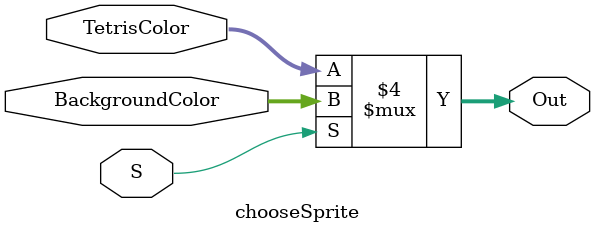
<source format=v>
/*
*   Displays a pattern, which is read from a small memory, at (x,y) on the VGA output.
*   To set coordinates, first place the desired value of y onto SW[6:0] and press KEY[1].
*   Next, place the desired value of x onto SW[7:0] and then press KEY[2]. The (x,y)
*   coordinates are displayed (in hexadecimal) on (HEX3-2,HEX1-0). Finally, press KEY[3]
*   to draw the pattern at location (x,y).
*/
module vga_demo(CLOCK_50, SW, KEY, HEX3, HEX2, HEX1, HEX0,
				VGA_R, VGA_G, VGA_B,
				VGA_HS, VGA_VS, VGA_BLANK_N, VGA_SYNC_N, VGA_CLK,
				PS2_CLK, PS2_DAT, LEDR);
	
	//Input parameters
	input CLOCK_50;	
	input [9:0] SW;
	input [3:0] KEY;
    output [6:0] HEX3, HEX2, HEX1, HEX0;
	 output[9:0] LEDR;
	 
	 parameter X_MAX = 8'b10011111;
	 parameter Y_MAX = 7'b1110111;
	 
	 parameter X_START = 79;
	 parameter Y_START = 39;
	 //Placeholder
	
	//Adapter Parameters
	output [7:0] VGA_R;
	output [7:0] VGA_G;
	output [7:0] VGA_B;
	output VGA_HS;
	output VGA_VS;
	output VGA_BLANK_N;
	output VGA_SYNC_N;
	output VGA_CLK;
	
	//DAUNTE added
	// Bidirectionals
	inout				PS2_CLK;
	inout				PS2_DAT;

	//Drawing any pixel
	wire [7:0] VGA_X;       // x location of each object pixel
	wire [6:0] VGA_Y;       // y location of each object pixel
	
	//Spawning Tetris Blocks
	wire [7:0] X;           // starting x location of object
	wire [6:0] Y;           // starting y location of object
	
	//Tetris Block Sprite
   wire [3:0] XC, YC;      // used to access obj
   wire Ex, Ey;
	
	wire [2:0] VGA_COLOR;   // color of each object pixel
	wire [2:0] J2_COLOR; 
	wire [2:0] S2_COLOR;
	wire [2:0] O_COLOR;
	wire [2:0] I1_COLOR;
	
	//FSM Outputs
	wire [7:0] XCoor;
	wire [6:0] YCoor;
	//wire LYDown, EYDown, 
	
	
	
	
//DAUNTE code here

/*****************************************************************************
 *                 Internal Wires and Registers Declarations                 *
 *****************************************************************************/

// Internal Wires
wire		[7:0]	ps2_key_data;
wire				ps2_key_pressed;

// Internal Registers
reg			[7:0]	last_data_received;

// State Machine Registers

/*****************************************************************************
 *                         Finite State Machine(s)                           *
 *****************************************************************************/


/*****************************************************************************
 *                             Sequential Logic                              *
 *****************************************************************************/

always @(posedge CLOCK_50)
begin
	if (KEY[0] == 1'b0)
		last_data_received <= 8'h00;
	else if (ps2_key_pressed == 1'b1)
		if(last_data_received == 8'hF0)
			last_data_received <= 8'h00;
		else
			last_data_received <= ps2_key_data;
end

/*****************************************************************************
 *                              Internal Modules                             *
 *****************************************************************************/

PS2_Controller PS2 (
	// Inputs
	.CLOCK_50				(CLOCK_50),
	.reset				(~KEY[0]),

	// Bidirectionals
	.PS2_CLK			(PS2_CLK),
 	.PS2_DAT			(PS2_DAT),

	// Outputs
	.received_data		(ps2_key_data),
	.received_data_en	(ps2_key_pressed)
);

wire Resetn, start, gameover;
 wire Easy, Medium, Hard;
 //wire left, right, down, rotate;
 wire [1:0] mode, difdisplay;
 /*wire [3:0] changeblock;
 wire [25:0] easyBigCount;
 wire [24:0] mediumBigCount;
 wire [23:0] hardBigCount;
 wire [21:0] adjustBigCount;
 wire easySmallCount, mediumSmallCount, hardSmallCount, adjustSmallCount;
 wire easySecEn, mediumSecEn, hardSecEn, adjustSecEn;
 reg secEn;
 
 wire enable, switchblock; */
 
 //assignments
 assign Resetn = KEY[0];
 
 //assigning values through keyboard for Quartus
 
 
 assign start = (last_data_received == 8'b01011010);//enter
 assign gameover = (last_data_received == 8'b01100110); //backspace
 assign Easy = (last_data_received == 8'b00010110); //1
 assign Medium = (last_data_received == 8'b00011110); //2
 assign Hard = (last_data_received == 8'b00100110); //3
 assign left = (last_data_received == 8'b00011100); //A
 assign right = (last_data_received == 8'b00100011); //D
 assign down = (last_data_received == 8'b00011011); // S
 assign rotate = (last_data_received == 8'b00011101); //W
 
 
 //assigning values through switches for modelsim
 /*
 assign start = SW[0];
 assign gameover = SW[1];
 assign Easy = SW[2];
 assign Medium = SW[3];
 assign Hard = SW[4];
 assign left = SW[5];
 assign right = SW[6];
 assign down = SW[7]; 
 assign rotate = SW[8];
 */
 
 //counters 
 /*
 bigCounterEasy bigeasy(1, CLOCK_50, Resetn, easyBigCount);
 bigCounterMedium bigmedium(1, CLOCK_50, Resetn, mediumBigCount);
 bigCounterHard bighard(1, CLOCK_50, Resetn, hardBigCount);
 bigCounterAdjust bigAdjust(1, CLOCK_50, Resetn, adjustBigCount);
 
 assign easySmallCount = &easyBigCount;
 assign mediumSmallCount = &mediumBigCount;
 assign hardSmallCount = &hardBigCount;
 assign adjustSmallCount = &adjustBigCount;
 
 smallCounter smalleasy(easySmallCount, CLOCK_50, Resetn, easySecEn);
 smallCounter smallmedium(mediumSmallCount, CLOCK_50, Resetn, mediumSecEn);
 smallCounter smallhard(hardSmallCount, CLOCK_50, Resetn, hardSecEn);
 smallCounter smallAdjust(adjustSmallCount, CLOCK_50, Resetn, adjustSecEn);
 
 always @(posedge CLOCK_50)
 case(difdisplay)
	2'b00: secEn <= easySecEn;
	2'b01: secEn <= mediumSecEn;
	2'b10: secEn <= hardSecEn;
	default: secEn = 1'b0;
 endcase
 */
 //FSM logic
 
 FSM_screen Screen(start, gameover, Resetn, mode, CLOCK_50);
 
 FSM_Home Home(mode, Easy, Medium, Hard, Resetn, difdisplay, CLOCK_50);
 
 //FSM_Gameplay Gameplay(secEn, adjustSecEn, mode, left, down, right, rotate, Resetn, changeblock, CLOCK_50);
 
 //mode 2'b10 = homescreen
 //mode 2'b01 = gameplay
 //mode 2'b00 = endscreen
 //difdisplay 2'b00 = easy
 //difdisplay 2'b01 = medium
 //difdisplay 2'b10 = hard
 wire [2:0] screenDisplay;
 //slow = 000
 //normal = 001
 //fast == 010
 //gamescreen == 011

 assign screenDisplay[0] = ((mode == 2'b10) & (difdisplay == 2'b01))|(mode == 2'b01);
 assign screenDisplay[1] = ((mode == 2'b10) & (difdisplay == 2'b10))|(mode == 2'b01);
 assign screenDisplay[2] = (mode == 2'b00); 
 
 assign LEDR[0] = (mode == 2'b10);
 assign LEDR[1] = (mode == 2'b01);
 assign LEDR[2] = (mode == 2'b00);
 assign LEDR[3] = (difdisplay == 2'b00);
 assign LEDR[4] = (difdisplay == 2'b01);
 assign LEDR[5] = (difdisplay == 2'b10);
 assign LEDR[6] = KES;


//end of Daunte code
	
	
	 //tetris block sprites
	 /*
    regn U1 (SW[6:0], KEY[0], ~KEY[1], CLOCK_50, Y);
        defparam U1.n = 7;
    regn U2 (SW[7:0], KEY[0], ~KEY[2], CLOCK_50, X);
        defparam U2.n = 8;
		  	

    count U3 (CLOCK_50, KEY[0], Ex, XC);    // column counter
        defparam U3.n = 4;
    // enable XC when VGA plotting starts
    regn U5 (1'b1, KEY[0], ~KEY[3], CLOCK_50, Ex);
        defparam U5.n = 1;
    count U4 (CLOCK_50, KEY[0], Ey, YC);    // row counter
        defparam U4.n = 4;
    // enable YC at the end of each object row
    assign Ey = (XC == 4'b111);

    hex7seg H3 (X[7:4], HEX3);
    hex7seg H2 (X[3:0], HEX2);
    hex7seg H1 ({1'b0, Y[6:4]}, HEX1);
    hex7seg H0 (Y[3:0], HEX0);
	 
    J2 J2Block ({YC,XC}, CLOCK_50, J2_COLOR);
	 S2 S2Block({YC,XC}, CLOCK_50, S2_COLOR);
	 O OBlock({YC,XC}, CLOCK_50, O_COLOR);
	 I1 I1Block({YC, XC}, CLOCK_50, I1_COLOR);
	 
	 chooseBlockMux M2(J2_COLOR, S2_COLOR, O_COLOR, I1_COLOR, SW[9:8], VGA_COLOR);
	 
    // the object memory takes one clock cycle to provide data, so store
    // the current values of (x,y) addresses to remain synchronized
    regn U7 (X + XC, KEY[0], 1'b1, CLOCK_50, VGA_X);
        defparam U7.n = 8;
    regn U8 (Y + YC, KEY[0], 1'b1, CLOCK_50, VGA_Y);
        defparam U8.n = 7;	 
		  
		 */
		  
		  
	 //Background screen Sprite
	 
	 
	 wire [7:0] XB;
	 wire [6:0] YB;
	 wire EBackgroundx, EBackgroundy;
	 
	 wire [2:0] SLOW_COLOR;
	 wire [2:0] NORMAL_COLOR;
	 wire [2:0] HARD_COLOR;
	 wire [2:0] GAME_COLOR;
	 wire [2:0] OVER_COLOUR;
	 
	 
	 SlowSelected slowScreen(160*YB + XB, CLOCK_50, SLOW_COLOR);
	 NormalSelected normalScreen(160*YB + XB, CLOCK_50, NORMAL_COLOR);
	 FastSelected fastScreen(160*YB + XB, CLOCK_50, HARD_COLOR);
	 GameScreen gameScreen(160*YB + XB, CLOCK_50, GAME_COLOR);
	 GameOver gameOverScreen(160*YB + XB, CLOCK_50, OVER_COLOUR);
	 
	 
	 regn U1 (7'b0000000, KEY[0], ~KEY[1], CLOCK_50, Y);
        defparam U1.n = 7;
    regn U2 (8'b00000000, KEY[0], ~KEY[2], CLOCK_50, X);
        defparam U2.n = 8;
		
	 backgroundCount U3 (CLOCK_50, KEY[0], EBackgroundx, X_MAX, XB);    // column counter
        defparam U3.n = 8;
    // enable XC when VGA plotting starts
    regn U5 (1'b1, KEY[0], KES, CLOCK_50, EBackgroundx); //change KES back to ~KEY[3]
        defparam U5.n = 1;
    backgroundCount U4 (CLOCK_50, KEY[0], EBackgroundy, Y_MAX, YB);    // row counter
        defparam U4.n = 7;
    // enable YC at the end of each object row
    assign EBackgroundy = (XB == 8'b10011111);
	 
	 
	 chooseBackgroundMux M1(SLOW_COLOR, NORMAL_COLOR, HARD_COLOR, GAME_COLOR, OVER_COLOUR, screenDisplay, VGA_COLOR); //FROM DAUNTE, change SW[9:8] to screenDisplay
	 
	  regn U7 (XB, KEY[0], 1'b1, CLOCK_50, VGA_X);
        defparam U7.n = 8;
    regn U8 (YB, KEY[0], 1'b1, CLOCK_50, VGA_Y);
        defparam U8.n = 7;	 
	 

	//DAUNTE TESTING
    //assign plot = ~KEY[3];
	 wire KES = ((mode == 2'b10) & (Easy | Medium | Hard))|((mode == 2'b01) & start)|((mode == 2'b00) & gameover)|~Resetn;
	 assign plot = KES;

    // connect to VGA controller
    vga_adapter VGA (
			.resetn(KEY[0]),
			.clock(CLOCK_50),
			.colour(VGA_COLOR),
			.x(VGA_X),
			.y(VGA_Y),
			.plot(KES),//change back to ~KEY[3]
			.VGA_R(VGA_R),
			.VGA_G(VGA_G),
			.VGA_B(VGA_B),
			.VGA_HS(VGA_HS),
			.VGA_VS(VGA_VS),
			.VGA_BLANK_N(VGA_BLANK_N),
			.VGA_SYNC_N(VGA_SYNC_N),
			.VGA_CLK(VGA_CLK));
		defparam VGA.RESOLUTION = "160x120";
		defparam VGA.MONOCHROME = "FALSE";
		defparam VGA.BITS_PER_COLOUR_CHANNEL = 1;
		defparam VGA.BACKGROUND_IMAGE = "black.mif";
endmodule

module regn(R, Resetn, E, Clock, Q);
    parameter n = 8;
    input [n-1:0] R;
    input Resetn, E, Clock;
    output reg [n-1:0] Q;

    always @(posedge Clock)
        if (!Resetn)
            Q <= 0;
        else if (E)
            Q <= R;
endmodule

module count (Clock, Resetn, E, Q);
    parameter n = 8;
    input Clock, Resetn, E;
    output reg [n-1:0] Q;

    always @ (posedge Clock)
        if (Resetn == 0)
            Q <= 0;
        else if (E)
                Q <= Q + 1;
endmodule

//Implement reset counter
module backgroundCount(Clock, Resetn, E, MaxCoor, Q);
	parameter n = 8;
	input Clock, Resetn, E;
	input [n-1:0] MaxCoor;
	output reg [n-1:0] Q;
	
	always @(posedge Clock)
		begin
		
		if(Resetn == 0)
			Q <= 0;
		else if(E)
			if(Q == MaxCoor)
				Q <= 0;
			else
				Q <= Q + 1;
				
		end
endmodule

 

module hex7seg (hex, display);
    input [3:0] hex;
    output [6:0] display;

    reg [6:0] display;

    always @ (hex)
        case (hex)
            4'h0: display = 7'b1000000;
            4'h1: display = 7'b1111001;
            4'h2: display = 7'b0100100;
            4'h3: display = 7'b0110000;
            4'h4: display = 7'b0011001;
            4'h5: display = 7'b0010010;
            4'h6: display = 7'b0000010;
            4'h7: display = 7'b1111000;
            4'h8: display = 7'b0000000;
            4'h9: display = 7'b0011000;
            4'hA: display = 7'b0001000;
            4'hB: display = 7'b0000011;
            4'hC: display = 7'b1000110;
            4'hD: display = 7'b0100001;
            4'hE: display = 7'b0000110;
            4'hF: display = 7'b0001110;
        endcase
endmodule

//This will become a 16 to 1 mux
module chooseBlockMux (A, B, C, D, S, Out);
	input [2:0] A, B, C, D;
	input [1:0] S;
	output reg [2:0] Out;
	
	always@(*)
		begin
		if(S == 2'b00)
			Out = A;
		else if(S == 2'b01)
			Out = B;
		else if(S == 2'b10)
			Out = C;
		else
			Out = D;
		end
endmodule

module chooseBackgroundMux(A, B, C, D, E, S, Out); //CHANGING HERE (added E, S is 3b)
	input [2:0] A, B, C, D, E;
	input [2:0] S;
	output reg [2:0] Out;
	
	always@(*)
		begin
		if(S == 3'b000)
			Out = A;
		else if(S == 3'b001)
			Out = B;
		else if(S == 3'b010)
			Out = C;
		else if (S == 3'b011)
			Out = D;
		else if (S == 3'b100)
			Out = E;
		else 
			Out = 3'bxxx;
		end
endmodule
	

module chooseSprite(TetrisColor, BackgroundColor, S, Out);
	input [2:0] TetrisColor, BackgroundColor;
	input S;
	output reg[2:0] Out;
	
	always@(*)
		begin
		if(S == 1'b1)
			Out = BackgroundColor;
		else
			Out = TetrisColor;
	end
endmodule

	
	


	

</source>
